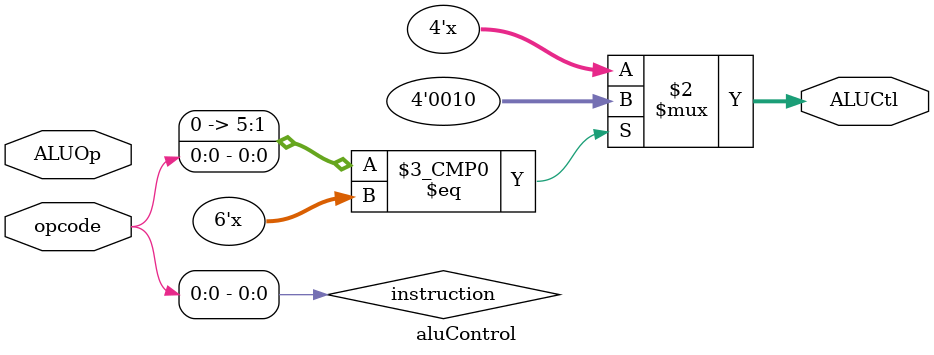
<source format=v>
module aluControl(	input [1: 0] ALUOp,
					input [5:0] opcode,
					output reg [3:0] ALUCtl);

	assign instruction = {ALUOp, opcode};

	always case(instruction)
		8'b00xxxxxx: ALUCtl <= 2; // ld e sd
		8'b10100000: ALUCtl <= 2; //add
		8'b10100010 : ALUCtl <= 3; //sub
		8'b10100100: ALUCtl <= 0; // and
		8'b10100101: ALUCtl <= 1; // or
		default: ALUCtl <= 15;
	endcase

endmodule

</source>
